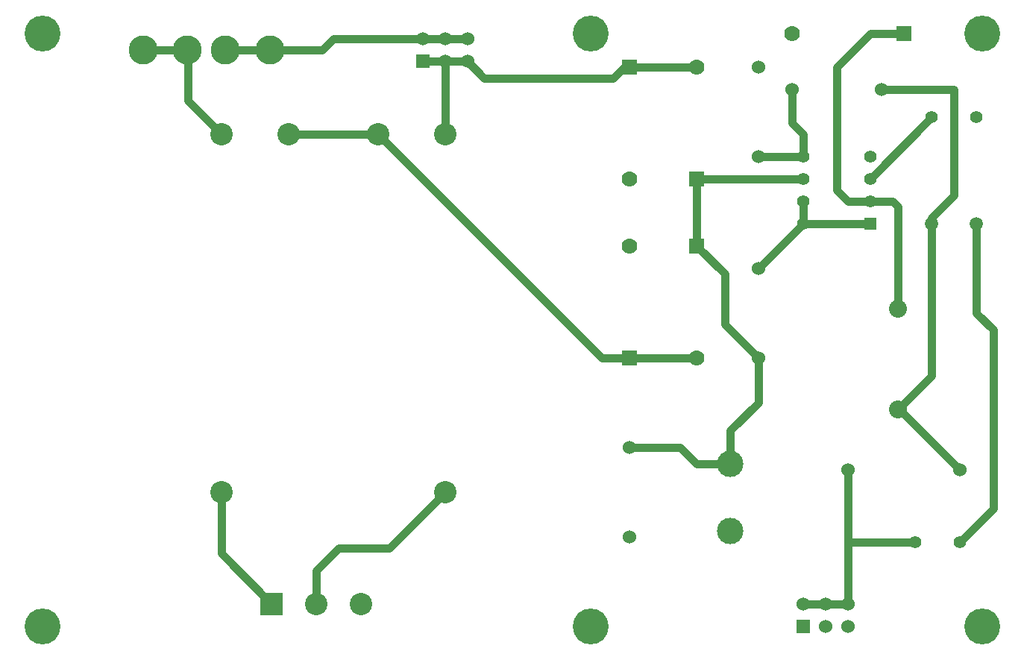
<source format=gtl>
G04 (created by PCBNEW (2013-jul-07)-stable) date Sat 01 Mar 2014 12:51:36 AM PST*
%MOIN*%
G04 Gerber Fmt 3.4, Leading zero omitted, Abs format*
%FSLAX34Y34*%
G01*
G70*
G90*
G04 APERTURE LIST*
%ADD10C,0.00590551*%
%ADD11C,0.08*%
%ADD12C,0.1*%
%ADD13C,0.06*%
%ADD14R,0.06X0.06*%
%ADD15C,0.0591*%
%ADD16R,0.055X0.055*%
%ADD17C,0.055*%
%ADD18C,0.07*%
%ADD19R,0.07X0.07*%
%ADD20C,0.1181*%
%ADD21C,0.16*%
%ADD22C,0.129921*%
%ADD23R,0.1X0.1*%
%ADD24C,0.035*%
G04 APERTURE END LIST*
G54D10*
G54D11*
X74000Y-37550D03*
X74000Y-42050D03*
G54D12*
X43750Y-45750D03*
X43750Y-29750D03*
X46750Y-29750D03*
X50750Y-29750D03*
X53750Y-29750D03*
X53750Y-45750D03*
G54D13*
X67750Y-35750D03*
X67750Y-39750D03*
G54D14*
X69750Y-51750D03*
G54D13*
X69750Y-50750D03*
X70750Y-51750D03*
X70750Y-50750D03*
X71750Y-51750D03*
X71750Y-50750D03*
G54D14*
X52750Y-26500D03*
G54D13*
X52750Y-25500D03*
X53750Y-26500D03*
X53750Y-25500D03*
X54750Y-26500D03*
X54750Y-25500D03*
G54D15*
X77500Y-33750D03*
X75500Y-33750D03*
G54D16*
X72750Y-33750D03*
G54D17*
X72750Y-32750D03*
X72750Y-31750D03*
X72750Y-30750D03*
X69750Y-30750D03*
X69750Y-31750D03*
X69750Y-32750D03*
X69750Y-33750D03*
G54D18*
X69250Y-25250D03*
G54D19*
X74250Y-25250D03*
G54D18*
X62000Y-34750D03*
G54D19*
X62000Y-39750D03*
G54D18*
X65000Y-26750D03*
G54D19*
X65000Y-31750D03*
G54D18*
X62000Y-31750D03*
G54D19*
X62000Y-26750D03*
G54D18*
X65000Y-39750D03*
G54D19*
X65000Y-34750D03*
G54D20*
X66500Y-47500D03*
X66500Y-44500D03*
G54D21*
X60250Y-25250D03*
X35750Y-25250D03*
X35750Y-51750D03*
X60250Y-51750D03*
X77750Y-25250D03*
X77750Y-51750D03*
G54D13*
X67750Y-30750D03*
X67750Y-26750D03*
X69250Y-27750D03*
X73250Y-27750D03*
X62000Y-47750D03*
X62000Y-43750D03*
X76750Y-44750D03*
X71750Y-44750D03*
G54D22*
X40250Y-26000D03*
X42240Y-26000D03*
X43910Y-26000D03*
X45910Y-26000D03*
G54D23*
X46000Y-50750D03*
G54D12*
X48000Y-50750D03*
X50000Y-50750D03*
G54D17*
X75500Y-29000D03*
X77500Y-29000D03*
X74750Y-48000D03*
X76750Y-48000D03*
G54D24*
X77500Y-33750D02*
X77500Y-37750D01*
X78250Y-46500D02*
X76750Y-48000D01*
X78250Y-38500D02*
X78250Y-46500D01*
X77500Y-37750D02*
X78250Y-38500D01*
X43910Y-26000D02*
X45910Y-26000D01*
X45910Y-26000D02*
X48250Y-26000D01*
X48250Y-26000D02*
X48750Y-25500D01*
X48750Y-25500D02*
X52750Y-25500D01*
X53750Y-25500D02*
X54750Y-25500D01*
X52750Y-25500D02*
X53750Y-25500D01*
X62000Y-26750D02*
X65000Y-26750D01*
X54750Y-26500D02*
X55500Y-27250D01*
X61750Y-26750D02*
X62000Y-26750D01*
X61250Y-27250D02*
X61750Y-26750D01*
X61000Y-27250D02*
X61250Y-27250D01*
X60750Y-27250D02*
X61000Y-27250D01*
X55500Y-27250D02*
X60750Y-27250D01*
X53750Y-29750D02*
X53750Y-26500D01*
X53750Y-26500D02*
X54750Y-26500D01*
X52750Y-26500D02*
X53750Y-26500D01*
X72750Y-32750D02*
X73750Y-32750D01*
X74000Y-33000D02*
X74000Y-37550D01*
X73750Y-32750D02*
X74000Y-33000D01*
X74250Y-25250D02*
X72750Y-25250D01*
X71750Y-32750D02*
X72750Y-32750D01*
X71250Y-32250D02*
X71750Y-32750D01*
X71250Y-26750D02*
X71250Y-32250D01*
X72750Y-25250D02*
X71250Y-26750D01*
X69750Y-30750D02*
X69750Y-29750D01*
X69250Y-29250D02*
X69250Y-27750D01*
X69750Y-29750D02*
X69250Y-29250D01*
X67750Y-30750D02*
X69750Y-30750D01*
X74000Y-42050D02*
X74050Y-42050D01*
X74050Y-42050D02*
X76750Y-44750D01*
X75500Y-33750D02*
X75500Y-40550D01*
X75500Y-40550D02*
X74000Y-42050D01*
X73250Y-27750D02*
X76500Y-27750D01*
X75500Y-33500D02*
X75500Y-33750D01*
X76500Y-32500D02*
X75500Y-33500D01*
X76500Y-27750D02*
X76500Y-32500D01*
X66500Y-44500D02*
X65000Y-44500D01*
X64250Y-43750D02*
X62000Y-43750D01*
X65000Y-44500D02*
X64250Y-43750D01*
X67750Y-39750D02*
X67750Y-41750D01*
X66500Y-43000D02*
X66500Y-44500D01*
X67750Y-41750D02*
X66500Y-43000D01*
X65000Y-34750D02*
X66250Y-36000D01*
X66250Y-38250D02*
X67750Y-39750D01*
X66250Y-36000D02*
X66250Y-38250D01*
X65000Y-31750D02*
X69750Y-31750D01*
X65000Y-31750D02*
X65000Y-34750D01*
X40250Y-26000D02*
X42240Y-26000D01*
X42240Y-26000D02*
X42250Y-26010D01*
X42250Y-26010D02*
X42250Y-28250D01*
X42250Y-28250D02*
X43750Y-29750D01*
X48000Y-50750D02*
X48000Y-49250D01*
X51250Y-48250D02*
X53750Y-45750D01*
X49000Y-48250D02*
X51250Y-48250D01*
X48000Y-49250D02*
X49000Y-48250D01*
X50750Y-29750D02*
X60750Y-39750D01*
X60750Y-39750D02*
X62000Y-39750D01*
X62000Y-39750D02*
X65000Y-39750D01*
X46750Y-29750D02*
X50750Y-29750D01*
X46000Y-50750D02*
X43750Y-48500D01*
X43750Y-48500D02*
X43750Y-45750D01*
X71750Y-44750D02*
X71750Y-48000D01*
X74750Y-48000D02*
X71750Y-48000D01*
X71750Y-48000D02*
X71750Y-50750D01*
X70750Y-50750D02*
X71750Y-50750D01*
X69750Y-50750D02*
X70750Y-50750D01*
X72750Y-31750D02*
X75500Y-29000D01*
X67750Y-35750D02*
X69750Y-33750D01*
X69750Y-33750D02*
X69750Y-32750D01*
X72750Y-33750D02*
X69750Y-33750D01*
M02*

</source>
